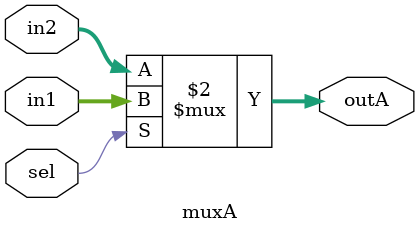
<source format=v>
module muxA(in1, in2, sel, outA);
input sel;
input [18:0]in1;
input [18:0]in2;
output [18:0]outA;

assign outA = (sel == 1)? in1 : in2; // implemented using ternary operator
endmodule

</source>
